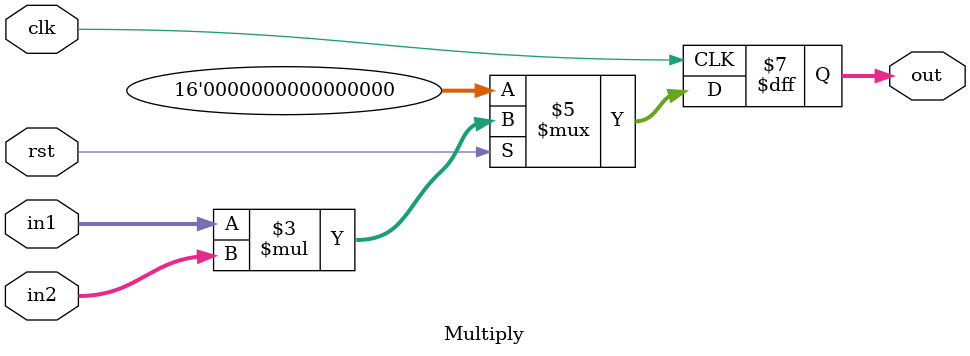
<source format=v>
module Multiply(clk, rst, in1, in2, out);
    parameter k = 8;

    input clk, rst;
    input [k-1:0] in1, in2;
    output reg [2*k-1:0] out;

    always @(posedge clk) begin
        if(!rst) begin
            out <= 0;
        end else begin
            out <= in1 * in2;
        end
    end
endmodule
</source>
